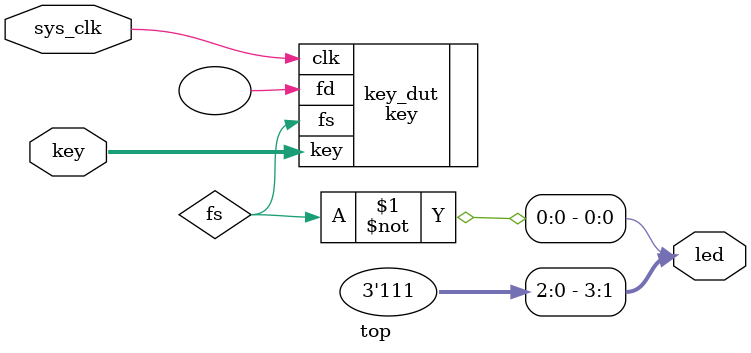
<source format=v>
module top(
    input sys_clk,

    input [3:0] key,
    output [3:0] led
);

    wire fs;
    assign led[0] = ~fs;
    assign led[3:1] = 3'b111;

    key 
    key_dut (
        .clk(sys_clk),
        .key(key),
        .fs(fs),
        .fd()
    );


endmodule
</source>
